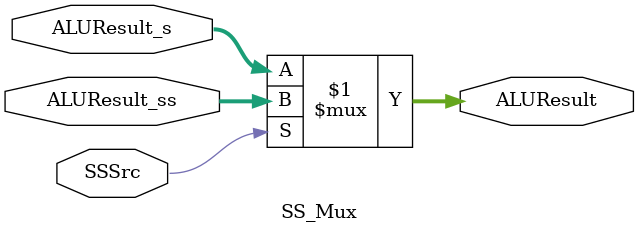
<source format=v>
`timescale 1ns / 1ps
/*
 * Source code for RISC-V Architecture, ECE 224A - VLSI PROJECT DESIGN - UCSB Fall 2024
 * Developed by Team 10 - Parth Kulkarni, Jash Shah, Oindrila Chatterjee
 */

module SS_Mux (
		input wire [31:0]  ALUResult_s, ALUResult_ss,
		input wire	   SSSrc,
		output wire [31:0] ALUResult
		);

   assign ALUResult = SSSrc ? ALUResult_ss : ALUResult_s;

endmodule

</source>
